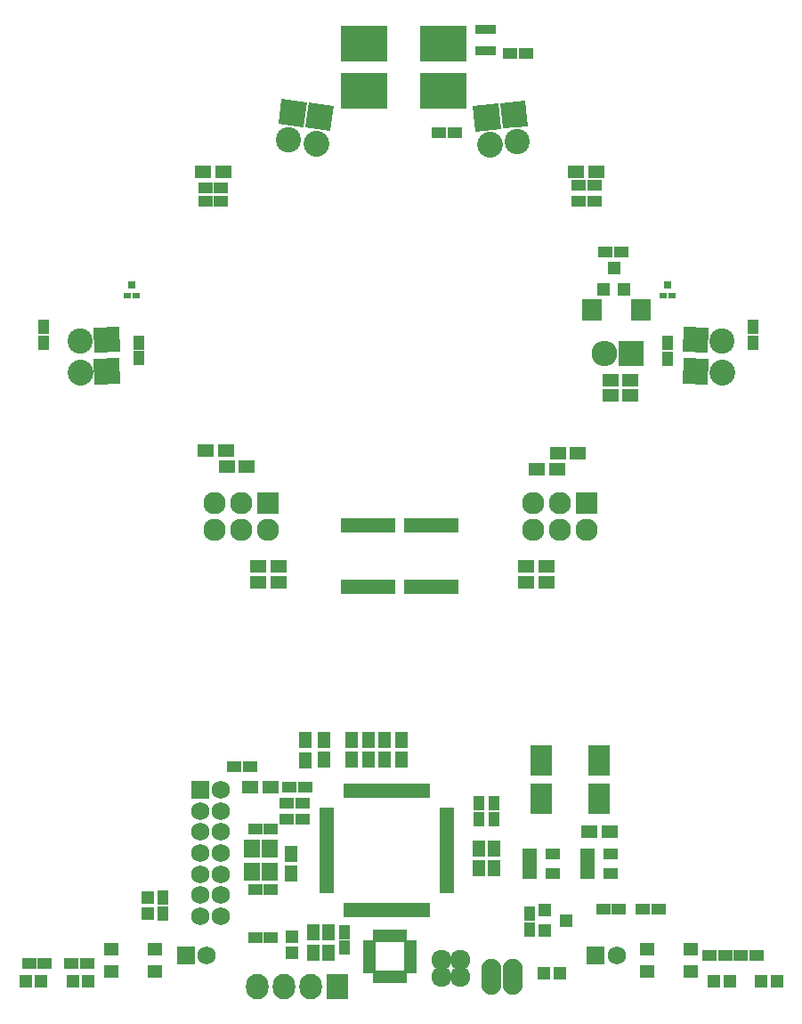
<source format=gts>
G04 #@! TF.FileFunction,Soldermask,Top*
%FSLAX46Y46*%
G04 Gerber Fmt 4.6, Leading zero omitted, Abs format (unit mm)*
G04 Created by KiCad (PCBNEW 4.0.1-stable) date 2016/10/17 21:23:02*
%MOMM*%
G01*
G04 APERTURE LIST*
%ADD10C,0.100000*%
%ADD11R,0.700000X1.250000*%
%ADD12R,1.250000X0.700000*%
%ADD13R,1.400000X0.650000*%
%ADD14R,0.650000X1.400000*%
%ADD15R,1.750000X1.750000*%
%ADD16C,1.750000*%
%ADD17R,1.150000X1.600000*%
%ADD18R,2.000200X3.000960*%
%ADD19O,1.906220X3.414980*%
%ADD20R,1.600000X1.150000*%
%ADD21R,1.197560X1.197560*%
%ADD22C,2.400000*%
%ADD23R,0.800000X1.400000*%
%ADD24R,2.127200X2.432000*%
%ADD25O,2.127200X2.432000*%
%ADD26R,1.460000X1.050000*%
%ADD27R,2.432000X2.432000*%
%ADD28O,2.432000X2.432000*%
%ADD29R,2.127200X2.127200*%
%ADD30O,2.127200X2.127200*%
%ADD31R,0.704800X0.908000*%
%ADD32R,1.200100X1.200100*%
%ADD33C,2.432000*%
%ADD34R,0.720000X0.700000*%
%ADD35R,0.720000X0.620000*%
%ADD36R,1.400000X1.000000*%
%ADD37R,1.000000X1.400000*%
%ADD38C,1.924000*%
%ADD39R,4.400000X3.400000*%
%ADD40R,1.450000X1.150000*%
%ADD41R,1.600000X1.800000*%
%ADD42R,1.900000X2.150000*%
G04 APERTURE END LIST*
D10*
D11*
X152800000Y-141300000D03*
X153300000Y-141300000D03*
X153800000Y-141300000D03*
X154300000Y-141300000D03*
X154800000Y-141300000D03*
X155300000Y-141300000D03*
D12*
X156000000Y-140600000D03*
X156000000Y-140100000D03*
X156000000Y-139600000D03*
X156000000Y-139100000D03*
X156000000Y-138600000D03*
X156000000Y-138100000D03*
D11*
X155300000Y-137400000D03*
X154800000Y-137400000D03*
X154300000Y-137400000D03*
X153800000Y-137400000D03*
X153300000Y-137400000D03*
X152800000Y-137400000D03*
D12*
X152100000Y-138100000D03*
X152100000Y-138600000D03*
X152100000Y-139100000D03*
X152100000Y-139600000D03*
X152100000Y-140100000D03*
X152100000Y-140600000D03*
D13*
X148050000Y-125500000D03*
X148050000Y-126000000D03*
X148050000Y-126500000D03*
X148050000Y-127000000D03*
X148050000Y-127500000D03*
X148050000Y-128000000D03*
X148050000Y-128500000D03*
X148050000Y-129000000D03*
X148050000Y-129500000D03*
X148050000Y-130000000D03*
X148050000Y-130500000D03*
X148050000Y-131000000D03*
X148050000Y-131500000D03*
X148050000Y-132000000D03*
X148050000Y-132500000D03*
X148050000Y-133000000D03*
D14*
X150000000Y-134950000D03*
X150500000Y-134950000D03*
X151000000Y-134950000D03*
X151500000Y-134950000D03*
X152000000Y-134950000D03*
X152500000Y-134950000D03*
X153000000Y-134950000D03*
X153500000Y-134950000D03*
X154000000Y-134950000D03*
X154500000Y-134950000D03*
X155000000Y-134950000D03*
X155500000Y-134950000D03*
X156000000Y-134950000D03*
X156500000Y-134950000D03*
X157000000Y-134950000D03*
X157500000Y-134950000D03*
D13*
X159450000Y-133000000D03*
X159450000Y-132500000D03*
X159450000Y-132000000D03*
X159450000Y-131500000D03*
X159450000Y-131000000D03*
X159450000Y-130500000D03*
X159450000Y-130000000D03*
X159450000Y-129500000D03*
X159450000Y-129000000D03*
X159450000Y-128500000D03*
X159450000Y-128000000D03*
X159450000Y-127500000D03*
X159450000Y-127000000D03*
X159450000Y-126500000D03*
X159450000Y-126000000D03*
X159450000Y-125500000D03*
D14*
X157500000Y-123550000D03*
X157000000Y-123550000D03*
X156500000Y-123550000D03*
X156000000Y-123550000D03*
X155500000Y-123550000D03*
X155000000Y-123550000D03*
X154500000Y-123550000D03*
X154000000Y-123550000D03*
X153500000Y-123550000D03*
X153000000Y-123550000D03*
X152500000Y-123550000D03*
X152000000Y-123550000D03*
X151500000Y-123550000D03*
X151000000Y-123550000D03*
X150500000Y-123550000D03*
X150000000Y-123550000D03*
D15*
X136000000Y-123500000D03*
D16*
X136000000Y-125500000D03*
X136000000Y-127500000D03*
X136000000Y-129500000D03*
X136000000Y-131500000D03*
X136000000Y-133500000D03*
X136000000Y-135500000D03*
X138000000Y-123500000D03*
X138000000Y-125500000D03*
X138000000Y-127500000D03*
X138000000Y-129500000D03*
X138000000Y-131500000D03*
X138000000Y-133500000D03*
X138000000Y-135500000D03*
D17*
X148250000Y-137050000D03*
X148250000Y-138950000D03*
D18*
X168500000Y-120699140D03*
X168500000Y-124300860D03*
D19*
X165750000Y-141250000D03*
X163750000Y-141250000D03*
D20*
X168050000Y-93000000D03*
X169950000Y-93000000D03*
X143450000Y-103750000D03*
X141550000Y-103750000D03*
X140450000Y-92750000D03*
X138550000Y-92750000D03*
X176950000Y-86000000D03*
X175050000Y-86000000D03*
D17*
X152000000Y-120650000D03*
X152000000Y-118750000D03*
X155200000Y-118750000D03*
X155200000Y-120650000D03*
X147775000Y-120650000D03*
X147775000Y-118750000D03*
X146000000Y-120675000D03*
X146000000Y-118775000D03*
X144700000Y-131450000D03*
X144700000Y-129550000D03*
D20*
X140800000Y-123250000D03*
X142700000Y-123250000D03*
D17*
X162500000Y-130950000D03*
X162500000Y-129050000D03*
D20*
X173050000Y-127500000D03*
X174950000Y-127500000D03*
D17*
X164000000Y-129050000D03*
X164000000Y-130950000D03*
D18*
X174000000Y-120699140D03*
X174000000Y-124300860D03*
D20*
X136300000Y-64750000D03*
X138200000Y-64750000D03*
D17*
X146750000Y-138950000D03*
X146750000Y-137050000D03*
X150400000Y-120650000D03*
X150400000Y-118750000D03*
D20*
X171800000Y-64750000D03*
X173700000Y-64750000D03*
D17*
X153600000Y-120650000D03*
X153600000Y-118750000D03*
D20*
X176950000Y-84500000D03*
X175050000Y-84500000D03*
D21*
X120899300Y-141700000D03*
X119400700Y-141700000D03*
X125399300Y-141700000D03*
X123900700Y-141700000D03*
X184900700Y-141700000D03*
X186399300Y-141700000D03*
X189400700Y-141700000D03*
X190899300Y-141700000D03*
X144725000Y-137450700D03*
X144725000Y-138949300D03*
X131000000Y-133750700D03*
X131000000Y-135249300D03*
D10*
G36*
X125908852Y-79542610D02*
X128307390Y-79458852D01*
X128391148Y-81857390D01*
X125992610Y-81941148D01*
X125908852Y-79542610D01*
X125908852Y-79542610D01*
G37*
D22*
X124611547Y-80788645D03*
D10*
G36*
X143444671Y-60171314D02*
X143778686Y-57794671D01*
X146155329Y-58128686D01*
X145821314Y-60505329D01*
X143444671Y-60171314D01*
X143444671Y-60171314D01*
G37*
D22*
X144446500Y-61665281D03*
D10*
G36*
X164832008Y-60618860D02*
X164581140Y-58232008D01*
X166967992Y-57981140D01*
X167218860Y-60367992D01*
X164832008Y-60618860D01*
X164832008Y-60618860D01*
G37*
D22*
X166165502Y-61826086D03*
D10*
G36*
X184307390Y-81941148D02*
X181908852Y-81857390D01*
X181992610Y-79458852D01*
X184391148Y-79542610D01*
X184307390Y-81941148D01*
X184307390Y-81941148D01*
G37*
D22*
X185688453Y-80788645D03*
D21*
X170249300Y-140900000D03*
X168750700Y-140900000D03*
D23*
X155725000Y-104150000D03*
X156375000Y-104150000D03*
X157025000Y-104150000D03*
X157675000Y-104150000D03*
X158325000Y-104150000D03*
X158975000Y-104150000D03*
X159625000Y-104150000D03*
X160275000Y-104150000D03*
X160275000Y-98350000D03*
X159625000Y-98350000D03*
X158975000Y-98350000D03*
X158325000Y-98350000D03*
X157675000Y-98350000D03*
X157025000Y-98350000D03*
X156375000Y-98350000D03*
X155725000Y-98350000D03*
X149725000Y-104150000D03*
X150375000Y-104150000D03*
X151025000Y-104150000D03*
X151675000Y-104150000D03*
X152325000Y-104150000D03*
X152975000Y-104150000D03*
X153625000Y-104150000D03*
X154275000Y-104150000D03*
X154275000Y-98350000D03*
X153625000Y-98350000D03*
X152975000Y-98350000D03*
X152325000Y-98350000D03*
X151675000Y-98350000D03*
X151025000Y-98350000D03*
X150375000Y-98350000D03*
X149725000Y-98350000D03*
D24*
X149110000Y-142220000D03*
D25*
X146570000Y-142220000D03*
X144030000Y-142220000D03*
X141490000Y-142220000D03*
D26*
X172900000Y-129550000D03*
X172900000Y-130500000D03*
X172900000Y-131450000D03*
X175100000Y-131450000D03*
X175100000Y-129550000D03*
X167400000Y-129550000D03*
X167400000Y-130500000D03*
X167400000Y-131450000D03*
X169600000Y-131450000D03*
X169600000Y-129550000D03*
D27*
X177000000Y-82000000D03*
D28*
X174460000Y-82000000D03*
D29*
X172750000Y-96250000D03*
D30*
X172750000Y-98790000D03*
X170210000Y-96250000D03*
X170210000Y-98790000D03*
X167670000Y-96250000D03*
X167670000Y-98790000D03*
D29*
X142500000Y-96250000D03*
D30*
X142500000Y-98790000D03*
X139960000Y-96250000D03*
X139960000Y-98790000D03*
X137420000Y-96250000D03*
X137420000Y-98790000D03*
D31*
X163150000Y-53216000D03*
X163785000Y-51184000D03*
X162515000Y-51184000D03*
X163785000Y-53216000D03*
X163150000Y-51184000D03*
X162515000Y-53216000D03*
D32*
X168799240Y-134950000D03*
X168799240Y-136850000D03*
X170798220Y-135900000D03*
D10*
G36*
X184322821Y-84957697D02*
X181892303Y-84872821D01*
X181977179Y-82442303D01*
X184407697Y-82527179D01*
X184322821Y-84957697D01*
X184322821Y-84957697D01*
G37*
D33*
X185688453Y-83788645D02*
X185688453Y-83788645D01*
D10*
G36*
X162192768Y-60886445D02*
X161938555Y-58467768D01*
X164357232Y-58213555D01*
X164611445Y-60632232D01*
X162192768Y-60886445D01*
X162192768Y-60886445D01*
G37*
D33*
X163540502Y-62076086D02*
X163540502Y-62076086D01*
D34*
X129500000Y-75475000D03*
D35*
X129100000Y-76525000D03*
X129900000Y-76525000D03*
D10*
G36*
X125892303Y-82527179D02*
X128322821Y-82442303D01*
X128407697Y-84872821D01*
X125977179Y-84957697D01*
X125892303Y-82527179D01*
X125892303Y-82527179D01*
G37*
D33*
X124611547Y-83788645D02*
X124611547Y-83788645D01*
D10*
G36*
X146026600Y-60534931D02*
X146365069Y-58126600D01*
X148773400Y-58465069D01*
X148434931Y-60873400D01*
X146026600Y-60534931D01*
X146026600Y-60534931D01*
G37*
D33*
X147046500Y-62015281D02*
X147046500Y-62015281D01*
D34*
X180500000Y-75475000D03*
D35*
X180100000Y-76525000D03*
X180900000Y-76525000D03*
D36*
X119750000Y-140000000D03*
X121250000Y-140000000D03*
X123750000Y-140000000D03*
X125250000Y-140000000D03*
X186000000Y-139200000D03*
X184500000Y-139200000D03*
X187450000Y-139200000D03*
X188950000Y-139200000D03*
X142750000Y-137500000D03*
X141250000Y-137500000D03*
D37*
X132500000Y-135250000D03*
X132500000Y-133750000D03*
D36*
X144250000Y-124750000D03*
X145750000Y-124750000D03*
X141250000Y-127250000D03*
X142750000Y-127250000D03*
D37*
X167400000Y-136750000D03*
X167400000Y-135250000D03*
D36*
X146000000Y-123250000D03*
X144500000Y-123250000D03*
X145750000Y-126250000D03*
X144250000Y-126250000D03*
D37*
X164000000Y-126250000D03*
X164000000Y-124750000D03*
X162500000Y-124750000D03*
X162500000Y-126250000D03*
D36*
X142750000Y-133000000D03*
X141250000Y-133000000D03*
D37*
X149750000Y-138500000D03*
X149750000Y-137000000D03*
X180500000Y-82500000D03*
X180500000Y-81000000D03*
D36*
X136500000Y-66250000D03*
X138000000Y-66250000D03*
X172000000Y-67500000D03*
X173500000Y-67500000D03*
D37*
X121150000Y-79450000D03*
X121150000Y-80950000D03*
D36*
X136500000Y-67500000D03*
X138000000Y-67500000D03*
D37*
X130150000Y-82450000D03*
X130150000Y-80950000D03*
D36*
X172000000Y-66000000D03*
X173500000Y-66000000D03*
D37*
X188650000Y-80950000D03*
X188650000Y-79450000D03*
D38*
X159000000Y-141300000D03*
X159000000Y-139700000D03*
X160750000Y-139700000D03*
X160750000Y-141300000D03*
D36*
X165500000Y-53500000D03*
X167000000Y-53500000D03*
X140750000Y-121250000D03*
X139250000Y-121250000D03*
X174570000Y-72380000D03*
X176070000Y-72380000D03*
X158750000Y-61000000D03*
X160250000Y-61000000D03*
X178150000Y-134800000D03*
X179650000Y-134800000D03*
X175850000Y-134800000D03*
X174350000Y-134800000D03*
D39*
X159125000Y-57025000D03*
X159125000Y-52525000D03*
X151625000Y-57025000D03*
X151625000Y-52525000D03*
D15*
X134650000Y-139200000D03*
D16*
X136650000Y-139200000D03*
D40*
X127575000Y-138675000D03*
X131725000Y-138675000D03*
X127575000Y-140725000D03*
X131725000Y-140725000D03*
D15*
X173650000Y-139200000D03*
D16*
X175650000Y-139200000D03*
D40*
X178575000Y-138675000D03*
X182725000Y-138675000D03*
X178575000Y-140725000D03*
X182725000Y-140725000D03*
D41*
X142650000Y-129100000D03*
X140950000Y-129100000D03*
X140950000Y-131300000D03*
X142650000Y-131300000D03*
D20*
X167050000Y-102250000D03*
X168950000Y-102250000D03*
X170050000Y-91500000D03*
X171950000Y-91500000D03*
X138450000Y-91250000D03*
X136550000Y-91250000D03*
X143450000Y-102250000D03*
X141550000Y-102250000D03*
X167050000Y-103750000D03*
X168950000Y-103750000D03*
D42*
X177960000Y-77870000D03*
X173260000Y-77870000D03*
D32*
X174420000Y-75910000D03*
X176320000Y-75910000D03*
X175370000Y-73911020D03*
M02*

</source>
